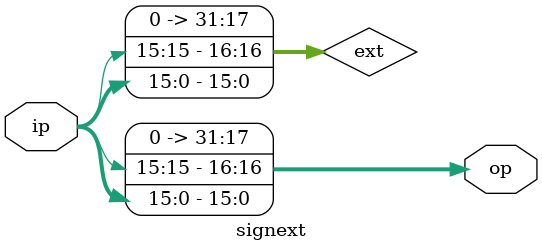
<source format=v>
module signext(ip, op);
    input [15:0] ip;
    output [31:0] op;
    reg [31:0] ext;

    always @(*) begin
    ext [15:0]  = ip;
    ext [31:16] = ip[15];
    end

    assign op = ext;
endmodule
</source>
